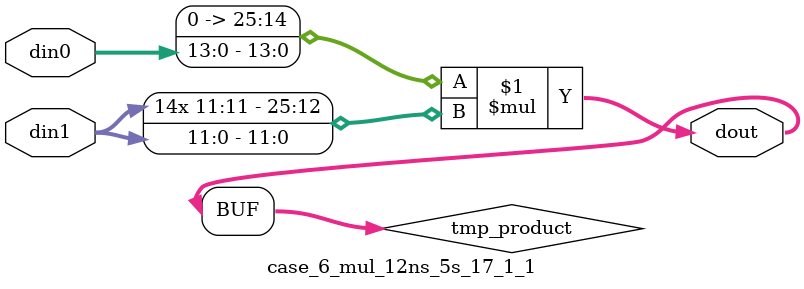
<source format=v>

`timescale 1 ns / 1 ps

 (* use_dsp = "no" *)  module case_6_mul_12ns_5s_17_1_1(din0, din1, dout);
parameter ID = 1;
parameter NUM_STAGE = 0;
parameter din0_WIDTH = 14;
parameter din1_WIDTH = 12;
parameter dout_WIDTH = 26;

input [din0_WIDTH - 1 : 0] din0; 
input [din1_WIDTH - 1 : 0] din1; 
output [dout_WIDTH - 1 : 0] dout;

wire signed [dout_WIDTH - 1 : 0] tmp_product;

























assign tmp_product = $signed({1'b0, din0}) * $signed(din1);










assign dout = tmp_product;





















endmodule

</source>
